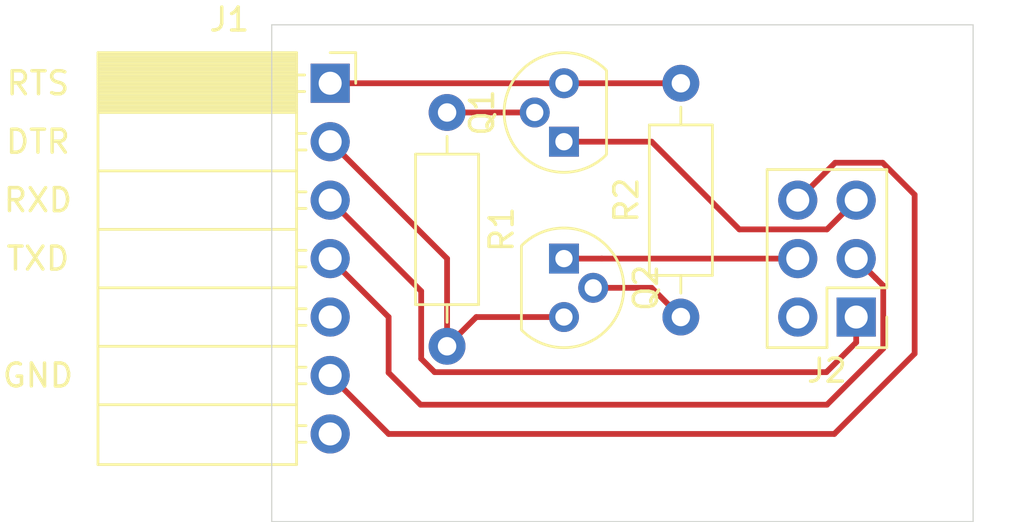
<source format=kicad_pcb>
(kicad_pcb (version 20171130) (host pcbnew 5.1.5+dfsg1-2~bpo10+1)

  (general
    (thickness 1.6)
    (drawings 9)
    (tracks 37)
    (zones 0)
    (modules 6)
    (nets 13)
  )

  (page A4)
  (layers
    (0 F.Cu signal)
    (31 B.Cu signal)
    (32 B.Adhes user)
    (33 F.Adhes user)
    (34 B.Paste user)
    (35 F.Paste user)
    (36 B.SilkS user)
    (37 F.SilkS user)
    (38 B.Mask user)
    (39 F.Mask user)
    (40 Dwgs.User user)
    (41 Cmts.User user)
    (42 Eco1.User user)
    (43 Eco2.User user)
    (44 Edge.Cuts user)
    (45 Margin user)
    (46 B.CrtYd user)
    (47 F.CrtYd user)
    (48 B.Fab user)
    (49 F.Fab user)
  )

  (setup
    (last_trace_width 0.25)
    (trace_clearance 0.2)
    (zone_clearance 0.508)
    (zone_45_only no)
    (trace_min 0.2)
    (via_size 0.8)
    (via_drill 0.4)
    (via_min_size 0.4)
    (via_min_drill 0.3)
    (uvia_size 0.3)
    (uvia_drill 0.1)
    (uvias_allowed no)
    (uvia_min_size 0.2)
    (uvia_min_drill 0.1)
    (edge_width 0.05)
    (segment_width 0.2)
    (pcb_text_width 0.3)
    (pcb_text_size 1.5 1.5)
    (mod_edge_width 0.12)
    (mod_text_size 1 1)
    (mod_text_width 0.15)
    (pad_size 1.524 1.524)
    (pad_drill 0.762)
    (pad_to_mask_clearance 0.051)
    (solder_mask_min_width 0.25)
    (aux_axis_origin 0 0)
    (visible_elements FFFFFF7F)
    (pcbplotparams
      (layerselection 0x010fc_ffffffff)
      (usegerberextensions false)
      (usegerberattributes false)
      (usegerberadvancedattributes false)
      (creategerberjobfile false)
      (excludeedgelayer true)
      (linewidth 0.100000)
      (plotframeref false)
      (viasonmask false)
      (mode 1)
      (useauxorigin false)
      (hpglpennumber 1)
      (hpglpenspeed 20)
      (hpglpendiameter 15.000000)
      (psnegative false)
      (psa4output false)
      (plotreference true)
      (plotvalue true)
      (plotinvisibletext false)
      (padsonsilk false)
      (subtractmaskfromsilk false)
      (outputformat 1)
      (mirror false)
      (drillshape 1)
      (scaleselection 1)
      (outputdirectory ""))
  )

  (net 0 "")
  (net 1 "Net-(J1-Pad7)")
  (net 2 GND)
  (net 3 "Net-(J1-Pad5)")
  (net 4 /TXD)
  (net 5 /RXD)
  (net 6 /DTR)
  (net 7 /RTS)
  (net 8 /RST-)
  (net 9 /GPIO0)
  (net 10 /VCC)
  (net 11 "Net-(Q1-Pad2)")
  (net 12 "Net-(Q2-Pad2)")

  (net_class Default "This is the default net class."
    (clearance 0.2)
    (trace_width 0.25)
    (via_dia 0.8)
    (via_drill 0.4)
    (uvia_dia 0.3)
    (uvia_drill 0.1)
    (add_net /DTR)
    (add_net /GPIO0)
    (add_net /RST-)
    (add_net /RTS)
    (add_net /RXD)
    (add_net /TXD)
    (add_net /VCC)
    (add_net GND)
    (add_net "Net-(J1-Pad5)")
    (add_net "Net-(J1-Pad7)")
    (add_net "Net-(Q1-Pad2)")
    (add_net "Net-(Q2-Pad2)")
  )

  (module Package_TO_SOT_THT:TO-92 (layer F.Cu) (tedit 5A279852) (tstamp 5E764DD5)
    (at 162.56 96.52 270)
    (descr "TO-92 leads molded, narrow, drill 0.75mm (see NXP sot054_po.pdf)")
    (tags "to-92 sc-43 sc-43a sot54 PA33 transistor")
    (path /5E766C8D)
    (fp_text reference Q2 (at 1.27 -3.56 90) (layer F.SilkS)
      (effects (font (size 1 1) (thickness 0.15)))
    )
    (fp_text value BC547 (at 1.27 2.79 90) (layer F.Fab)
      (effects (font (size 1 1) (thickness 0.15)))
    )
    (fp_arc (start 1.27 0) (end 1.27 -2.6) (angle 135) (layer F.SilkS) (width 0.12))
    (fp_arc (start 1.27 0) (end 1.27 -2.48) (angle -135) (layer F.Fab) (width 0.1))
    (fp_arc (start 1.27 0) (end 1.27 -2.6) (angle -135) (layer F.SilkS) (width 0.12))
    (fp_arc (start 1.27 0) (end 1.27 -2.48) (angle 135) (layer F.Fab) (width 0.1))
    (fp_line (start 4 2.01) (end -1.46 2.01) (layer F.CrtYd) (width 0.05))
    (fp_line (start 4 2.01) (end 4 -2.73) (layer F.CrtYd) (width 0.05))
    (fp_line (start -1.46 -2.73) (end -1.46 2.01) (layer F.CrtYd) (width 0.05))
    (fp_line (start -1.46 -2.73) (end 4 -2.73) (layer F.CrtYd) (width 0.05))
    (fp_line (start -0.5 1.75) (end 3 1.75) (layer F.Fab) (width 0.1))
    (fp_line (start -0.53 1.85) (end 3.07 1.85) (layer F.SilkS) (width 0.12))
    (fp_text user %R (at 1.27 -3.56 90) (layer F.Fab)
      (effects (font (size 1 1) (thickness 0.15)))
    )
    (pad 1 thru_hole rect (at 0 0) (size 1.3 1.3) (drill 0.75) (layers *.Cu *.Mask)
      (net 9 /GPIO0))
    (pad 3 thru_hole circle (at 2.54 0) (size 1.3 1.3) (drill 0.75) (layers *.Cu *.Mask)
      (net 6 /DTR))
    (pad 2 thru_hole circle (at 1.27 -1.27) (size 1.3 1.3) (drill 0.75) (layers *.Cu *.Mask)
      (net 12 "Net-(Q2-Pad2)"))
    (model ${KISYS3DMOD}/Package_TO_SOT_THT.3dshapes/TO-92.wrl
      (at (xyz 0 0 0))
      (scale (xyz 1 1 1))
      (rotate (xyz 0 0 0))
    )
  )

  (module Connector_PinHeader_2.54mm:PinHeader_2x03_P2.54mm_Vertical (layer F.Cu) (tedit 59FED5CC) (tstamp 5E7656F8)
    (at 175.26 99.06 180)
    (descr "Through hole straight pin header, 2x03, 2.54mm pitch, double rows")
    (tags "Through hole pin header THT 2x03 2.54mm double row")
    (path /5E76081A)
    (fp_text reference J2 (at 1.27 -2.33) (layer F.SilkS)
      (effects (font (size 1 1) (thickness 0.15)))
    )
    (fp_text value Conn_02x03_Odd_Even (at 1.27 7.41) (layer F.Fab)
      (effects (font (size 1 1) (thickness 0.15)))
    )
    (fp_text user %R (at 1.27 3.81 180) (layer F.Fab)
      (effects (font (size 1 1) (thickness 0.15)))
    )
    (fp_line (start 4.35 -1.8) (end -1.8 -1.8) (layer F.CrtYd) (width 0.05))
    (fp_line (start 4.35 6.85) (end 4.35 -1.8) (layer F.CrtYd) (width 0.05))
    (fp_line (start -1.8 6.85) (end 4.35 6.85) (layer F.CrtYd) (width 0.05))
    (fp_line (start -1.8 -1.8) (end -1.8 6.85) (layer F.CrtYd) (width 0.05))
    (fp_line (start -1.33 -1.33) (end 0 -1.33) (layer F.SilkS) (width 0.12))
    (fp_line (start -1.33 0) (end -1.33 -1.33) (layer F.SilkS) (width 0.12))
    (fp_line (start 1.27 -1.33) (end 3.87 -1.33) (layer F.SilkS) (width 0.12))
    (fp_line (start 1.27 1.27) (end 1.27 -1.33) (layer F.SilkS) (width 0.12))
    (fp_line (start -1.33 1.27) (end 1.27 1.27) (layer F.SilkS) (width 0.12))
    (fp_line (start 3.87 -1.33) (end 3.87 6.41) (layer F.SilkS) (width 0.12))
    (fp_line (start -1.33 1.27) (end -1.33 6.41) (layer F.SilkS) (width 0.12))
    (fp_line (start -1.33 6.41) (end 3.87 6.41) (layer F.SilkS) (width 0.12))
    (fp_line (start -1.27 0) (end 0 -1.27) (layer F.Fab) (width 0.1))
    (fp_line (start -1.27 6.35) (end -1.27 0) (layer F.Fab) (width 0.1))
    (fp_line (start 3.81 6.35) (end -1.27 6.35) (layer F.Fab) (width 0.1))
    (fp_line (start 3.81 -1.27) (end 3.81 6.35) (layer F.Fab) (width 0.1))
    (fp_line (start 0 -1.27) (end 3.81 -1.27) (layer F.Fab) (width 0.1))
    (pad 6 thru_hole oval (at 2.54 5.08 180) (size 1.7 1.7) (drill 1) (layers *.Cu *.Mask)
      (net 2 GND))
    (pad 5 thru_hole oval (at 0 5.08 180) (size 1.7 1.7) (drill 1) (layers *.Cu *.Mask)
      (net 8 /RST-))
    (pad 4 thru_hole oval (at 2.54 2.54 180) (size 1.7 1.7) (drill 1) (layers *.Cu *.Mask)
      (net 9 /GPIO0))
    (pad 3 thru_hole oval (at 0 2.54 180) (size 1.7 1.7) (drill 1) (layers *.Cu *.Mask)
      (net 5 /RXD))
    (pad 2 thru_hole oval (at 2.54 0 180) (size 1.7 1.7) (drill 1) (layers *.Cu *.Mask)
      (net 10 /VCC))
    (pad 1 thru_hole rect (at 0 0 180) (size 1.7 1.7) (drill 1) (layers *.Cu *.Mask)
      (net 4 /TXD))
    (model ${KISYS3DMOD}/Connector_PinHeader_2.54mm.3dshapes/PinHeader_2x03_P2.54mm_Vertical.wrl
      (at (xyz 0 0 0))
      (scale (xyz 1 1 1))
      (rotate (xyz 0 0 0))
    )
  )

  (module Resistor_THT:R_Axial_DIN0207_L6.3mm_D2.5mm_P10.16mm_Horizontal (layer F.Cu) (tedit 5AE5139B) (tstamp 5E764E03)
    (at 167.64 99.06 90)
    (descr "Resistor, Axial_DIN0207 series, Axial, Horizontal, pin pitch=10.16mm, 0.25W = 1/4W, length*diameter=6.3*2.5mm^2, http://cdn-reichelt.de/documents/datenblatt/B400/1_4W%23YAG.pdf")
    (tags "Resistor Axial_DIN0207 series Axial Horizontal pin pitch 10.16mm 0.25W = 1/4W length 6.3mm diameter 2.5mm")
    (path /5E7651D6)
    (fp_text reference R2 (at 5.08 -2.37 90) (layer F.SilkS)
      (effects (font (size 1 1) (thickness 0.15)))
    )
    (fp_text value 10k (at 5.08 2.37 90) (layer F.Fab)
      (effects (font (size 1 1) (thickness 0.15)))
    )
    (fp_text user %R (at 5.08 0 90) (layer F.Fab)
      (effects (font (size 1 1) (thickness 0.15)))
    )
    (fp_line (start 11.21 -1.5) (end -1.05 -1.5) (layer F.CrtYd) (width 0.05))
    (fp_line (start 11.21 1.5) (end 11.21 -1.5) (layer F.CrtYd) (width 0.05))
    (fp_line (start -1.05 1.5) (end 11.21 1.5) (layer F.CrtYd) (width 0.05))
    (fp_line (start -1.05 -1.5) (end -1.05 1.5) (layer F.CrtYd) (width 0.05))
    (fp_line (start 9.12 0) (end 8.35 0) (layer F.SilkS) (width 0.12))
    (fp_line (start 1.04 0) (end 1.81 0) (layer F.SilkS) (width 0.12))
    (fp_line (start 8.35 -1.37) (end 1.81 -1.37) (layer F.SilkS) (width 0.12))
    (fp_line (start 8.35 1.37) (end 8.35 -1.37) (layer F.SilkS) (width 0.12))
    (fp_line (start 1.81 1.37) (end 8.35 1.37) (layer F.SilkS) (width 0.12))
    (fp_line (start 1.81 -1.37) (end 1.81 1.37) (layer F.SilkS) (width 0.12))
    (fp_line (start 10.16 0) (end 8.23 0) (layer F.Fab) (width 0.1))
    (fp_line (start 0 0) (end 1.93 0) (layer F.Fab) (width 0.1))
    (fp_line (start 8.23 -1.25) (end 1.93 -1.25) (layer F.Fab) (width 0.1))
    (fp_line (start 8.23 1.25) (end 8.23 -1.25) (layer F.Fab) (width 0.1))
    (fp_line (start 1.93 1.25) (end 8.23 1.25) (layer F.Fab) (width 0.1))
    (fp_line (start 1.93 -1.25) (end 1.93 1.25) (layer F.Fab) (width 0.1))
    (pad 2 thru_hole oval (at 10.16 0 90) (size 1.6 1.6) (drill 0.8) (layers *.Cu *.Mask)
      (net 7 /RTS))
    (pad 1 thru_hole circle (at 0 0 90) (size 1.6 1.6) (drill 0.8) (layers *.Cu *.Mask)
      (net 12 "Net-(Q2-Pad2)"))
    (model ${KISYS3DMOD}/Resistor_THT.3dshapes/R_Axial_DIN0207_L6.3mm_D2.5mm_P10.16mm_Horizontal.wrl
      (at (xyz 0 0 0))
      (scale (xyz 1 1 1))
      (rotate (xyz 0 0 0))
    )
  )

  (module Resistor_THT:R_Axial_DIN0207_L6.3mm_D2.5mm_P10.16mm_Horizontal (layer F.Cu) (tedit 5AE5139B) (tstamp 5E76506B)
    (at 157.48 90.17 270)
    (descr "Resistor, Axial_DIN0207 series, Axial, Horizontal, pin pitch=10.16mm, 0.25W = 1/4W, length*diameter=6.3*2.5mm^2, http://cdn-reichelt.de/documents/datenblatt/B400/1_4W%23YAG.pdf")
    (tags "Resistor Axial_DIN0207 series Axial Horizontal pin pitch 10.16mm 0.25W = 1/4W length 6.3mm diameter 2.5mm")
    (path /5E764ED2)
    (fp_text reference R1 (at 5.08 -2.37 90) (layer F.SilkS)
      (effects (font (size 1 1) (thickness 0.15)))
    )
    (fp_text value 10k (at 5.08 2.37 90) (layer F.Fab)
      (effects (font (size 1 1) (thickness 0.15)))
    )
    (fp_text user %R (at 5.08 0 90) (layer F.Fab)
      (effects (font (size 1 1) (thickness 0.15)))
    )
    (fp_line (start 11.21 -1.5) (end -1.05 -1.5) (layer F.CrtYd) (width 0.05))
    (fp_line (start 11.21 1.5) (end 11.21 -1.5) (layer F.CrtYd) (width 0.05))
    (fp_line (start -1.05 1.5) (end 11.21 1.5) (layer F.CrtYd) (width 0.05))
    (fp_line (start -1.05 -1.5) (end -1.05 1.5) (layer F.CrtYd) (width 0.05))
    (fp_line (start 9.12 0) (end 8.35 0) (layer F.SilkS) (width 0.12))
    (fp_line (start 1.04 0) (end 1.81 0) (layer F.SilkS) (width 0.12))
    (fp_line (start 8.35 -1.37) (end 1.81 -1.37) (layer F.SilkS) (width 0.12))
    (fp_line (start 8.35 1.37) (end 8.35 -1.37) (layer F.SilkS) (width 0.12))
    (fp_line (start 1.81 1.37) (end 8.35 1.37) (layer F.SilkS) (width 0.12))
    (fp_line (start 1.81 -1.37) (end 1.81 1.37) (layer F.SilkS) (width 0.12))
    (fp_line (start 10.16 0) (end 8.23 0) (layer F.Fab) (width 0.1))
    (fp_line (start 0 0) (end 1.93 0) (layer F.Fab) (width 0.1))
    (fp_line (start 8.23 -1.25) (end 1.93 -1.25) (layer F.Fab) (width 0.1))
    (fp_line (start 8.23 1.25) (end 8.23 -1.25) (layer F.Fab) (width 0.1))
    (fp_line (start 1.93 1.25) (end 8.23 1.25) (layer F.Fab) (width 0.1))
    (fp_line (start 1.93 -1.25) (end 1.93 1.25) (layer F.Fab) (width 0.1))
    (pad 2 thru_hole oval (at 10.16 0 270) (size 1.6 1.6) (drill 0.8) (layers *.Cu *.Mask)
      (net 6 /DTR))
    (pad 1 thru_hole circle (at 0 0 270) (size 1.6 1.6) (drill 0.8) (layers *.Cu *.Mask)
      (net 11 "Net-(Q1-Pad2)"))
    (model ${KISYS3DMOD}/Resistor_THT.3dshapes/R_Axial_DIN0207_L6.3mm_D2.5mm_P10.16mm_Horizontal.wrl
      (at (xyz 0 0 0))
      (scale (xyz 1 1 1))
      (rotate (xyz 0 0 0))
    )
  )

  (module Package_TO_SOT_THT:TO-92 (layer F.Cu) (tedit 5A279852) (tstamp 5E764DC3)
    (at 162.56 91.44 90)
    (descr "TO-92 leads molded, narrow, drill 0.75mm (see NXP sot054_po.pdf)")
    (tags "to-92 sc-43 sc-43a sot54 PA33 transistor")
    (path /5E76627D)
    (fp_text reference Q1 (at 1.27 -3.56 90) (layer F.SilkS)
      (effects (font (size 1 1) (thickness 0.15)))
    )
    (fp_text value BC547 (at 1.27 2.79 90) (layer F.Fab)
      (effects (font (size 1 1) (thickness 0.15)))
    )
    (fp_arc (start 1.27 0) (end 1.27 -2.6) (angle 135) (layer F.SilkS) (width 0.12))
    (fp_arc (start 1.27 0) (end 1.27 -2.48) (angle -135) (layer F.Fab) (width 0.1))
    (fp_arc (start 1.27 0) (end 1.27 -2.6) (angle -135) (layer F.SilkS) (width 0.12))
    (fp_arc (start 1.27 0) (end 1.27 -2.48) (angle 135) (layer F.Fab) (width 0.1))
    (fp_line (start 4 2.01) (end -1.46 2.01) (layer F.CrtYd) (width 0.05))
    (fp_line (start 4 2.01) (end 4 -2.73) (layer F.CrtYd) (width 0.05))
    (fp_line (start -1.46 -2.73) (end -1.46 2.01) (layer F.CrtYd) (width 0.05))
    (fp_line (start -1.46 -2.73) (end 4 -2.73) (layer F.CrtYd) (width 0.05))
    (fp_line (start -0.5 1.75) (end 3 1.75) (layer F.Fab) (width 0.1))
    (fp_line (start -0.53 1.85) (end 3.07 1.85) (layer F.SilkS) (width 0.12))
    (fp_text user %R (at 1.27 -3.56 90) (layer F.Fab)
      (effects (font (size 1 1) (thickness 0.15)))
    )
    (pad 1 thru_hole rect (at 0 0 180) (size 1.3 1.3) (drill 0.75) (layers *.Cu *.Mask)
      (net 8 /RST-))
    (pad 3 thru_hole circle (at 2.54 0 180) (size 1.3 1.3) (drill 0.75) (layers *.Cu *.Mask)
      (net 7 /RTS))
    (pad 2 thru_hole circle (at 1.27 -1.27 180) (size 1.3 1.3) (drill 0.75) (layers *.Cu *.Mask)
      (net 11 "Net-(Q1-Pad2)"))
    (model ${KISYS3DMOD}/Package_TO_SOT_THT.3dshapes/TO-92.wrl
      (at (xyz 0 0 0))
      (scale (xyz 1 1 1))
      (rotate (xyz 0 0 0))
    )
  )

  (module Connector_PinSocket_2.54mm:PinSocket_1x07_P2.54mm_Horizontal (layer F.Cu) (tedit 5A19A42A) (tstamp 5E764D95)
    (at 152.4 88.9)
    (descr "Through hole angled socket strip, 1x07, 2.54mm pitch, 8.51mm socket length, single row (from Kicad 4.0.7), script generated")
    (tags "Through hole angled socket strip THT 1x07 2.54mm single row")
    (path /5E76244D)
    (fp_text reference J1 (at -4.38 -2.77) (layer F.SilkS)
      (effects (font (size 1 1) (thickness 0.15)))
    )
    (fp_text value Conn_01x07_Female (at -4.38 18.01) (layer F.Fab)
      (effects (font (size 1 1) (thickness 0.15)))
    )
    (fp_text user %R (at -5.775 7.62 90) (layer F.Fab)
      (effects (font (size 1 1) (thickness 0.15)))
    )
    (fp_line (start 1.75 17.05) (end 1.75 -1.75) (layer F.CrtYd) (width 0.05))
    (fp_line (start -10.55 17.05) (end 1.75 17.05) (layer F.CrtYd) (width 0.05))
    (fp_line (start -10.55 -1.75) (end -10.55 17.05) (layer F.CrtYd) (width 0.05))
    (fp_line (start 1.75 -1.75) (end -10.55 -1.75) (layer F.CrtYd) (width 0.05))
    (fp_line (start 0 -1.33) (end 1.11 -1.33) (layer F.SilkS) (width 0.12))
    (fp_line (start 1.11 -1.33) (end 1.11 0) (layer F.SilkS) (width 0.12))
    (fp_line (start -10.09 -1.33) (end -10.09 16.57) (layer F.SilkS) (width 0.12))
    (fp_line (start -10.09 16.57) (end -1.46 16.57) (layer F.SilkS) (width 0.12))
    (fp_line (start -1.46 -1.33) (end -1.46 16.57) (layer F.SilkS) (width 0.12))
    (fp_line (start -10.09 -1.33) (end -1.46 -1.33) (layer F.SilkS) (width 0.12))
    (fp_line (start -10.09 13.97) (end -1.46 13.97) (layer F.SilkS) (width 0.12))
    (fp_line (start -10.09 11.43) (end -1.46 11.43) (layer F.SilkS) (width 0.12))
    (fp_line (start -10.09 8.89) (end -1.46 8.89) (layer F.SilkS) (width 0.12))
    (fp_line (start -10.09 6.35) (end -1.46 6.35) (layer F.SilkS) (width 0.12))
    (fp_line (start -10.09 3.81) (end -1.46 3.81) (layer F.SilkS) (width 0.12))
    (fp_line (start -10.09 1.27) (end -1.46 1.27) (layer F.SilkS) (width 0.12))
    (fp_line (start -1.46 15.6) (end -1.05 15.6) (layer F.SilkS) (width 0.12))
    (fp_line (start -1.46 14.88) (end -1.05 14.88) (layer F.SilkS) (width 0.12))
    (fp_line (start -1.46 13.06) (end -1.05 13.06) (layer F.SilkS) (width 0.12))
    (fp_line (start -1.46 12.34) (end -1.05 12.34) (layer F.SilkS) (width 0.12))
    (fp_line (start -1.46 10.52) (end -1.05 10.52) (layer F.SilkS) (width 0.12))
    (fp_line (start -1.46 9.8) (end -1.05 9.8) (layer F.SilkS) (width 0.12))
    (fp_line (start -1.46 7.98) (end -1.05 7.98) (layer F.SilkS) (width 0.12))
    (fp_line (start -1.46 7.26) (end -1.05 7.26) (layer F.SilkS) (width 0.12))
    (fp_line (start -1.46 5.44) (end -1.05 5.44) (layer F.SilkS) (width 0.12))
    (fp_line (start -1.46 4.72) (end -1.05 4.72) (layer F.SilkS) (width 0.12))
    (fp_line (start -1.46 2.9) (end -1.05 2.9) (layer F.SilkS) (width 0.12))
    (fp_line (start -1.46 2.18) (end -1.05 2.18) (layer F.SilkS) (width 0.12))
    (fp_line (start -1.46 0.36) (end -1.11 0.36) (layer F.SilkS) (width 0.12))
    (fp_line (start -1.46 -0.36) (end -1.11 -0.36) (layer F.SilkS) (width 0.12))
    (fp_line (start -10.09 1.1519) (end -1.46 1.1519) (layer F.SilkS) (width 0.12))
    (fp_line (start -10.09 1.033805) (end -1.46 1.033805) (layer F.SilkS) (width 0.12))
    (fp_line (start -10.09 0.91571) (end -1.46 0.91571) (layer F.SilkS) (width 0.12))
    (fp_line (start -10.09 0.797615) (end -1.46 0.797615) (layer F.SilkS) (width 0.12))
    (fp_line (start -10.09 0.67952) (end -1.46 0.67952) (layer F.SilkS) (width 0.12))
    (fp_line (start -10.09 0.561425) (end -1.46 0.561425) (layer F.SilkS) (width 0.12))
    (fp_line (start -10.09 0.44333) (end -1.46 0.44333) (layer F.SilkS) (width 0.12))
    (fp_line (start -10.09 0.325235) (end -1.46 0.325235) (layer F.SilkS) (width 0.12))
    (fp_line (start -10.09 0.20714) (end -1.46 0.20714) (layer F.SilkS) (width 0.12))
    (fp_line (start -10.09 0.089045) (end -1.46 0.089045) (layer F.SilkS) (width 0.12))
    (fp_line (start -10.09 -0.02905) (end -1.46 -0.02905) (layer F.SilkS) (width 0.12))
    (fp_line (start -10.09 -0.147145) (end -1.46 -0.147145) (layer F.SilkS) (width 0.12))
    (fp_line (start -10.09 -0.26524) (end -1.46 -0.26524) (layer F.SilkS) (width 0.12))
    (fp_line (start -10.09 -0.383335) (end -1.46 -0.383335) (layer F.SilkS) (width 0.12))
    (fp_line (start -10.09 -0.50143) (end -1.46 -0.50143) (layer F.SilkS) (width 0.12))
    (fp_line (start -10.09 -0.619525) (end -1.46 -0.619525) (layer F.SilkS) (width 0.12))
    (fp_line (start -10.09 -0.73762) (end -1.46 -0.73762) (layer F.SilkS) (width 0.12))
    (fp_line (start -10.09 -0.855715) (end -1.46 -0.855715) (layer F.SilkS) (width 0.12))
    (fp_line (start -10.09 -0.97381) (end -1.46 -0.97381) (layer F.SilkS) (width 0.12))
    (fp_line (start -10.09 -1.091905) (end -1.46 -1.091905) (layer F.SilkS) (width 0.12))
    (fp_line (start -10.09 -1.21) (end -1.46 -1.21) (layer F.SilkS) (width 0.12))
    (fp_line (start 0 15.54) (end 0 14.94) (layer F.Fab) (width 0.1))
    (fp_line (start -1.52 15.54) (end 0 15.54) (layer F.Fab) (width 0.1))
    (fp_line (start 0 14.94) (end -1.52 14.94) (layer F.Fab) (width 0.1))
    (fp_line (start 0 13) (end 0 12.4) (layer F.Fab) (width 0.1))
    (fp_line (start -1.52 13) (end 0 13) (layer F.Fab) (width 0.1))
    (fp_line (start 0 12.4) (end -1.52 12.4) (layer F.Fab) (width 0.1))
    (fp_line (start 0 10.46) (end 0 9.86) (layer F.Fab) (width 0.1))
    (fp_line (start -1.52 10.46) (end 0 10.46) (layer F.Fab) (width 0.1))
    (fp_line (start 0 9.86) (end -1.52 9.86) (layer F.Fab) (width 0.1))
    (fp_line (start 0 7.92) (end 0 7.32) (layer F.Fab) (width 0.1))
    (fp_line (start -1.52 7.92) (end 0 7.92) (layer F.Fab) (width 0.1))
    (fp_line (start 0 7.32) (end -1.52 7.32) (layer F.Fab) (width 0.1))
    (fp_line (start 0 5.38) (end 0 4.78) (layer F.Fab) (width 0.1))
    (fp_line (start -1.52 5.38) (end 0 5.38) (layer F.Fab) (width 0.1))
    (fp_line (start 0 4.78) (end -1.52 4.78) (layer F.Fab) (width 0.1))
    (fp_line (start 0 2.84) (end 0 2.24) (layer F.Fab) (width 0.1))
    (fp_line (start -1.52 2.84) (end 0 2.84) (layer F.Fab) (width 0.1))
    (fp_line (start 0 2.24) (end -1.52 2.24) (layer F.Fab) (width 0.1))
    (fp_line (start 0 0.3) (end 0 -0.3) (layer F.Fab) (width 0.1))
    (fp_line (start -1.52 0.3) (end 0 0.3) (layer F.Fab) (width 0.1))
    (fp_line (start 0 -0.3) (end -1.52 -0.3) (layer F.Fab) (width 0.1))
    (fp_line (start -10.03 16.51) (end -10.03 -1.27) (layer F.Fab) (width 0.1))
    (fp_line (start -1.52 16.51) (end -10.03 16.51) (layer F.Fab) (width 0.1))
    (fp_line (start -1.52 -0.3) (end -1.52 16.51) (layer F.Fab) (width 0.1))
    (fp_line (start -2.49 -1.27) (end -1.52 -0.3) (layer F.Fab) (width 0.1))
    (fp_line (start -10.03 -1.27) (end -2.49 -1.27) (layer F.Fab) (width 0.1))
    (pad 7 thru_hole oval (at 0 15.24) (size 1.7 1.7) (drill 1) (layers *.Cu *.Mask)
      (net 1 "Net-(J1-Pad7)"))
    (pad 6 thru_hole oval (at 0 12.7) (size 1.7 1.7) (drill 1) (layers *.Cu *.Mask)
      (net 2 GND))
    (pad 5 thru_hole oval (at 0 10.16) (size 1.7 1.7) (drill 1) (layers *.Cu *.Mask)
      (net 3 "Net-(J1-Pad5)"))
    (pad 4 thru_hole oval (at 0 7.62) (size 1.7 1.7) (drill 1) (layers *.Cu *.Mask)
      (net 5 /RXD))
    (pad 3 thru_hole oval (at 0 5.08) (size 1.7 1.7) (drill 1) (layers *.Cu *.Mask)
      (net 4 /TXD))
    (pad 2 thru_hole oval (at 0 2.54) (size 1.7 1.7) (drill 1) (layers *.Cu *.Mask)
      (net 6 /DTR))
    (pad 1 thru_hole rect (at 0 0) (size 1.7 1.7) (drill 1) (layers *.Cu *.Mask)
      (net 7 /RTS))
    (model ${KISYS3DMOD}/Connector_PinSocket_2.54mm.3dshapes/PinSocket_1x07_P2.54mm_Horizontal.wrl
      (at (xyz 0 0 0))
      (scale (xyz 1 1 1))
      (rotate (xyz 0 0 0))
    )
  )

  (gr_text GND (at 139.7 101.6) (layer F.SilkS)
    (effects (font (size 1 1) (thickness 0.15)))
  )
  (gr_text TXD (at 139.7 96.52) (layer F.SilkS)
    (effects (font (size 1 1) (thickness 0.15)))
  )
  (gr_text RXD (at 139.7 93.98) (layer F.SilkS)
    (effects (font (size 1 1) (thickness 0.15)))
  )
  (gr_text DTR (at 139.7 91.44) (layer F.SilkS)
    (effects (font (size 1 1) (thickness 0.15)))
  )
  (gr_text RTS (at 139.7 88.9) (layer F.SilkS)
    (effects (font (size 1 1) (thickness 0.15)))
  )
  (gr_line (start 180.34 86.36) (end 149.86 86.36) (layer Edge.Cuts) (width 0.05) (tstamp 5E76545D))
  (gr_line (start 180.34 107.95) (end 180.34 86.36) (layer Edge.Cuts) (width 0.05))
  (gr_line (start 149.86 107.95) (end 180.34 107.95) (layer Edge.Cuts) (width 0.05))
  (gr_line (start 149.86 86.36) (end 149.86 107.95) (layer Edge.Cuts) (width 0.05))

  (segment (start 173.569999 93.130001) (end 172.72 93.98) (width 0.25) (layer F.Cu) (net 2))
  (segment (start 174.345012 92.354988) (end 173.569999 93.130001) (width 0.25) (layer F.Cu) (net 2))
  (segment (start 154.94 104.14) (end 174.308205 104.14) (width 0.25) (layer F.Cu) (net 2))
  (segment (start 152.4 101.6) (end 154.94 104.14) (width 0.25) (layer F.Cu) (net 2))
  (segment (start 176.409489 92.354988) (end 174.345012 92.354988) (width 0.25) (layer F.Cu) (net 2))
  (segment (start 174.308205 104.14) (end 177.8 100.648205) (width 0.25) (layer F.Cu) (net 2))
  (segment (start 177.8 100.648205) (end 177.8 93.745499) (width 0.25) (layer F.Cu) (net 2))
  (segment (start 177.8 93.745499) (end 176.409489 92.354988) (width 0.25) (layer F.Cu) (net 2))
  (segment (start 175.26 100.16) (end 175.26 99.06) (width 0.25) (layer F.Cu) (net 4))
  (segment (start 173.964999 101.455001) (end 175.26 100.16) (width 0.25) (layer F.Cu) (net 4))
  (segment (start 156.939999 101.455001) (end 173.964999 101.455001) (width 0.25) (layer F.Cu) (net 4))
  (segment (start 156.354999 100.870001) (end 156.939999 101.455001) (width 0.25) (layer F.Cu) (net 4))
  (segment (start 152.4 93.98) (end 156.354999 97.934999) (width 0.25) (layer F.Cu) (net 4))
  (segment (start 156.354999 97.934999) (end 156.354999 100.870001) (width 0.25) (layer F.Cu) (net 4))
  (segment (start 176.109999 97.369999) (end 175.26 96.52) (width 0.25) (layer F.Cu) (net 5))
  (segment (start 154.94 99.06) (end 154.94 101.480707) (width 0.25) (layer F.Cu) (net 5))
  (segment (start 176.435001 97.695001) (end 176.109999 97.369999) (width 0.25) (layer F.Cu) (net 5))
  (segment (start 176.435001 100.424999) (end 176.435001 97.695001) (width 0.25) (layer F.Cu) (net 5))
  (segment (start 152.4 96.52) (end 154.94 99.06) (width 0.25) (layer F.Cu) (net 5))
  (segment (start 154.94 101.480707) (end 156.329293 102.87) (width 0.25) (layer F.Cu) (net 5))
  (segment (start 156.329293 102.87) (end 173.99 102.87) (width 0.25) (layer F.Cu) (net 5))
  (segment (start 173.99 102.87) (end 176.435001 100.424999) (width 0.25) (layer F.Cu) (net 5))
  (segment (start 158.75 99.06) (end 157.48 100.33) (width 0.25) (layer F.Cu) (net 6))
  (segment (start 162.56 99.06) (end 158.75 99.06) (width 0.25) (layer F.Cu) (net 6))
  (segment (start 157.48 96.52) (end 152.4 91.44) (width 0.25) (layer F.Cu) (net 6))
  (segment (start 157.48 100.33) (end 157.48 96.52) (width 0.25) (layer F.Cu) (net 6))
  (segment (start 152.4 88.9) (end 162.56 88.9) (width 0.25) (layer F.Cu) (net 7))
  (segment (start 162.56 88.9) (end 167.64 88.9) (width 0.25) (layer F.Cu) (net 7))
  (segment (start 175.26 93.98) (end 173.99 95.25) (width 0.25) (layer F.Cu) (net 8))
  (segment (start 173.99 95.25) (end 170.18 95.25) (width 0.25) (layer F.Cu) (net 8))
  (segment (start 166.37 91.44) (end 162.56 91.44) (width 0.25) (layer F.Cu) (net 8))
  (segment (start 170.18 95.25) (end 166.37 91.44) (width 0.25) (layer F.Cu) (net 8))
  (segment (start 172.72 96.52) (end 164.2 96.52) (width 0.25) (layer F.Cu) (net 9))
  (segment (start 162.56 96.52) (end 164.2 96.52) (width 0.25) (layer F.Cu) (net 9))
  (segment (start 157.48 90.17) (end 161.29 90.17) (width 0.25) (layer F.Cu) (net 11))
  (segment (start 166.37 97.79) (end 167.64 99.06) (width 0.25) (layer F.Cu) (net 12))
  (segment (start 163.83 97.79) (end 166.37 97.79) (width 0.25) (layer F.Cu) (net 12))

)

</source>
